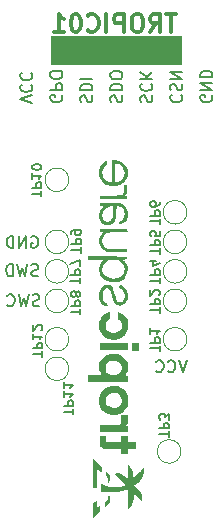
<source format=gbr>
%TF.GenerationSoftware,KiCad,Pcbnew,9.0.7+1*%
%TF.CreationDate,2026-02-18T14:03:56+01:00*%
%TF.ProjectId,ts13_dev_kit,74733133-5f64-4657-965f-6b69742e6b69,rev?*%
%TF.SameCoordinates,Original*%
%TF.FileFunction,Legend,Bot*%
%TF.FilePolarity,Positive*%
%FSLAX46Y46*%
G04 Gerber Fmt 4.6, Leading zero omitted, Abs format (unit mm)*
G04 Created by KiCad (PCBNEW 9.0.7+1) date 2026-02-18 14:03:56*
%MOMM*%
%LPD*%
G01*
G04 APERTURE LIST*
%ADD10C,0.100000*%
%ADD11C,0.150000*%
%ADD12C,0.200000*%
%ADD13C,0.300000*%
%ADD14C,0.120000*%
%ADD15C,0.000000*%
G04 APERTURE END LIST*
D10*
X124500000Y-54300000D02*
X135500000Y-54300000D01*
X135500000Y-56700000D01*
X124500000Y-56700000D01*
X124500000Y-54300000D01*
G36*
X124500000Y-54300000D02*
G01*
X135500000Y-54300000D01*
X135500000Y-56700000D01*
X124500000Y-56700000D01*
X124500000Y-54300000D01*
G37*
D11*
X123510839Y-77157200D02*
X123367982Y-77204819D01*
X123367982Y-77204819D02*
X123129887Y-77204819D01*
X123129887Y-77204819D02*
X123034649Y-77157200D01*
X123034649Y-77157200D02*
X122987030Y-77109580D01*
X122987030Y-77109580D02*
X122939411Y-77014342D01*
X122939411Y-77014342D02*
X122939411Y-76919104D01*
X122939411Y-76919104D02*
X122987030Y-76823866D01*
X122987030Y-76823866D02*
X123034649Y-76776247D01*
X123034649Y-76776247D02*
X123129887Y-76728628D01*
X123129887Y-76728628D02*
X123320363Y-76681009D01*
X123320363Y-76681009D02*
X123415601Y-76633390D01*
X123415601Y-76633390D02*
X123463220Y-76585771D01*
X123463220Y-76585771D02*
X123510839Y-76490533D01*
X123510839Y-76490533D02*
X123510839Y-76395295D01*
X123510839Y-76395295D02*
X123463220Y-76300057D01*
X123463220Y-76300057D02*
X123415601Y-76252438D01*
X123415601Y-76252438D02*
X123320363Y-76204819D01*
X123320363Y-76204819D02*
X123082268Y-76204819D01*
X123082268Y-76204819D02*
X122939411Y-76252438D01*
X122606077Y-76204819D02*
X122367982Y-77204819D01*
X122367982Y-77204819D02*
X122177506Y-76490533D01*
X122177506Y-76490533D02*
X121987030Y-77204819D01*
X121987030Y-77204819D02*
X121748935Y-76204819D01*
X120796554Y-77109580D02*
X120844173Y-77157200D01*
X120844173Y-77157200D02*
X120987030Y-77204819D01*
X120987030Y-77204819D02*
X121082268Y-77204819D01*
X121082268Y-77204819D02*
X121225125Y-77157200D01*
X121225125Y-77157200D02*
X121320363Y-77061961D01*
X121320363Y-77061961D02*
X121367982Y-76966723D01*
X121367982Y-76966723D02*
X121415601Y-76776247D01*
X121415601Y-76776247D02*
X121415601Y-76633390D01*
X121415601Y-76633390D02*
X121367982Y-76442914D01*
X121367982Y-76442914D02*
X121320363Y-76347676D01*
X121320363Y-76347676D02*
X121225125Y-76252438D01*
X121225125Y-76252438D02*
X121082268Y-76204819D01*
X121082268Y-76204819D02*
X120987030Y-76204819D01*
X120987030Y-76204819D02*
X120844173Y-76252438D01*
X120844173Y-76252438D02*
X120796554Y-76300057D01*
D12*
X132115400Y-59927945D02*
X132067780Y-59785088D01*
X132067780Y-59785088D02*
X132067780Y-59546993D01*
X132067780Y-59546993D02*
X132115400Y-59451755D01*
X132115400Y-59451755D02*
X132163019Y-59404136D01*
X132163019Y-59404136D02*
X132258257Y-59356517D01*
X132258257Y-59356517D02*
X132353495Y-59356517D01*
X132353495Y-59356517D02*
X132448733Y-59404136D01*
X132448733Y-59404136D02*
X132496352Y-59451755D01*
X132496352Y-59451755D02*
X132543971Y-59546993D01*
X132543971Y-59546993D02*
X132591590Y-59737469D01*
X132591590Y-59737469D02*
X132639209Y-59832707D01*
X132639209Y-59832707D02*
X132686828Y-59880326D01*
X132686828Y-59880326D02*
X132782066Y-59927945D01*
X132782066Y-59927945D02*
X132877304Y-59927945D01*
X132877304Y-59927945D02*
X132972542Y-59880326D01*
X132972542Y-59880326D02*
X133020161Y-59832707D01*
X133020161Y-59832707D02*
X133067780Y-59737469D01*
X133067780Y-59737469D02*
X133067780Y-59499374D01*
X133067780Y-59499374D02*
X133020161Y-59356517D01*
X132163019Y-58356517D02*
X132115400Y-58404136D01*
X132115400Y-58404136D02*
X132067780Y-58546993D01*
X132067780Y-58546993D02*
X132067780Y-58642231D01*
X132067780Y-58642231D02*
X132115400Y-58785088D01*
X132115400Y-58785088D02*
X132210638Y-58880326D01*
X132210638Y-58880326D02*
X132305876Y-58927945D01*
X132305876Y-58927945D02*
X132496352Y-58975564D01*
X132496352Y-58975564D02*
X132639209Y-58975564D01*
X132639209Y-58975564D02*
X132829685Y-58927945D01*
X132829685Y-58927945D02*
X132924923Y-58880326D01*
X132924923Y-58880326D02*
X133020161Y-58785088D01*
X133020161Y-58785088D02*
X133067780Y-58642231D01*
X133067780Y-58642231D02*
X133067780Y-58546993D01*
X133067780Y-58546993D02*
X133020161Y-58404136D01*
X133020161Y-58404136D02*
X132972542Y-58356517D01*
X132067780Y-57927945D02*
X133067780Y-57927945D01*
X132067780Y-57356517D02*
X132639209Y-57785088D01*
X133067780Y-57356517D02*
X132496352Y-57927945D01*
D11*
X123410839Y-74607200D02*
X123267982Y-74654819D01*
X123267982Y-74654819D02*
X123029887Y-74654819D01*
X123029887Y-74654819D02*
X122934649Y-74607200D01*
X122934649Y-74607200D02*
X122887030Y-74559580D01*
X122887030Y-74559580D02*
X122839411Y-74464342D01*
X122839411Y-74464342D02*
X122839411Y-74369104D01*
X122839411Y-74369104D02*
X122887030Y-74273866D01*
X122887030Y-74273866D02*
X122934649Y-74226247D01*
X122934649Y-74226247D02*
X123029887Y-74178628D01*
X123029887Y-74178628D02*
X123220363Y-74131009D01*
X123220363Y-74131009D02*
X123315601Y-74083390D01*
X123315601Y-74083390D02*
X123363220Y-74035771D01*
X123363220Y-74035771D02*
X123410839Y-73940533D01*
X123410839Y-73940533D02*
X123410839Y-73845295D01*
X123410839Y-73845295D02*
X123363220Y-73750057D01*
X123363220Y-73750057D02*
X123315601Y-73702438D01*
X123315601Y-73702438D02*
X123220363Y-73654819D01*
X123220363Y-73654819D02*
X122982268Y-73654819D01*
X122982268Y-73654819D02*
X122839411Y-73702438D01*
X122506077Y-73654819D02*
X122267982Y-74654819D01*
X122267982Y-74654819D02*
X122077506Y-73940533D01*
X122077506Y-73940533D02*
X121887030Y-74654819D01*
X121887030Y-74654819D02*
X121648935Y-73654819D01*
X121267982Y-74654819D02*
X121267982Y-73654819D01*
X121267982Y-73654819D02*
X121029887Y-73654819D01*
X121029887Y-73654819D02*
X120887030Y-73702438D01*
X120887030Y-73702438D02*
X120791792Y-73797676D01*
X120791792Y-73797676D02*
X120744173Y-73892914D01*
X120744173Y-73892914D02*
X120696554Y-74083390D01*
X120696554Y-74083390D02*
X120696554Y-74226247D01*
X120696554Y-74226247D02*
X120744173Y-74416723D01*
X120744173Y-74416723D02*
X120791792Y-74511961D01*
X120791792Y-74511961D02*
X120887030Y-74607200D01*
X120887030Y-74607200D02*
X121029887Y-74654819D01*
X121029887Y-74654819D02*
X121267982Y-74654819D01*
X135986077Y-81789819D02*
X135652744Y-82789819D01*
X135652744Y-82789819D02*
X135319411Y-81789819D01*
X134414649Y-82694580D02*
X134462268Y-82742200D01*
X134462268Y-82742200D02*
X134605125Y-82789819D01*
X134605125Y-82789819D02*
X134700363Y-82789819D01*
X134700363Y-82789819D02*
X134843220Y-82742200D01*
X134843220Y-82742200D02*
X134938458Y-82646961D01*
X134938458Y-82646961D02*
X134986077Y-82551723D01*
X134986077Y-82551723D02*
X135033696Y-82361247D01*
X135033696Y-82361247D02*
X135033696Y-82218390D01*
X135033696Y-82218390D02*
X134986077Y-82027914D01*
X134986077Y-82027914D02*
X134938458Y-81932676D01*
X134938458Y-81932676D02*
X134843220Y-81837438D01*
X134843220Y-81837438D02*
X134700363Y-81789819D01*
X134700363Y-81789819D02*
X134605125Y-81789819D01*
X134605125Y-81789819D02*
X134462268Y-81837438D01*
X134462268Y-81837438D02*
X134414649Y-81885057D01*
X133414649Y-82694580D02*
X133462268Y-82742200D01*
X133462268Y-82742200D02*
X133605125Y-82789819D01*
X133605125Y-82789819D02*
X133700363Y-82789819D01*
X133700363Y-82789819D02*
X133843220Y-82742200D01*
X133843220Y-82742200D02*
X133938458Y-82646961D01*
X133938458Y-82646961D02*
X133986077Y-82551723D01*
X133986077Y-82551723D02*
X134033696Y-82361247D01*
X134033696Y-82361247D02*
X134033696Y-82218390D01*
X134033696Y-82218390D02*
X133986077Y-82027914D01*
X133986077Y-82027914D02*
X133938458Y-81932676D01*
X133938458Y-81932676D02*
X133843220Y-81837438D01*
X133843220Y-81837438D02*
X133700363Y-81789819D01*
X133700363Y-81789819D02*
X133605125Y-81789819D01*
X133605125Y-81789819D02*
X133462268Y-81837438D01*
X133462268Y-81837438D02*
X133414649Y-81885057D01*
D12*
X138100161Y-59356517D02*
X138147780Y-59451755D01*
X138147780Y-59451755D02*
X138147780Y-59594612D01*
X138147780Y-59594612D02*
X138100161Y-59737469D01*
X138100161Y-59737469D02*
X138004923Y-59832707D01*
X138004923Y-59832707D02*
X137909685Y-59880326D01*
X137909685Y-59880326D02*
X137719209Y-59927945D01*
X137719209Y-59927945D02*
X137576352Y-59927945D01*
X137576352Y-59927945D02*
X137385876Y-59880326D01*
X137385876Y-59880326D02*
X137290638Y-59832707D01*
X137290638Y-59832707D02*
X137195400Y-59737469D01*
X137195400Y-59737469D02*
X137147780Y-59594612D01*
X137147780Y-59594612D02*
X137147780Y-59499374D01*
X137147780Y-59499374D02*
X137195400Y-59356517D01*
X137195400Y-59356517D02*
X137243019Y-59308898D01*
X137243019Y-59308898D02*
X137576352Y-59308898D01*
X137576352Y-59308898D02*
X137576352Y-59499374D01*
X137147780Y-58880326D02*
X138147780Y-58880326D01*
X138147780Y-58880326D02*
X137147780Y-58308898D01*
X137147780Y-58308898D02*
X138147780Y-58308898D01*
X137147780Y-57832707D02*
X138147780Y-57832707D01*
X138147780Y-57832707D02*
X138147780Y-57594612D01*
X138147780Y-57594612D02*
X138100161Y-57451755D01*
X138100161Y-57451755D02*
X138004923Y-57356517D01*
X138004923Y-57356517D02*
X137909685Y-57308898D01*
X137909685Y-57308898D02*
X137719209Y-57261279D01*
X137719209Y-57261279D02*
X137576352Y-57261279D01*
X137576352Y-57261279D02*
X137385876Y-57308898D01*
X137385876Y-57308898D02*
X137290638Y-57356517D01*
X137290638Y-57356517D02*
X137195400Y-57451755D01*
X137195400Y-57451755D02*
X137147780Y-57594612D01*
X137147780Y-57594612D02*
X137147780Y-57832707D01*
D13*
X135101395Y-52477573D02*
X134244253Y-52477573D01*
X134672824Y-53977573D02*
X134672824Y-52477573D01*
X132887110Y-53977573D02*
X133387110Y-53263287D01*
X133744253Y-53977573D02*
X133744253Y-52477573D01*
X133744253Y-52477573D02*
X133172824Y-52477573D01*
X133172824Y-52477573D02*
X133029967Y-52549002D01*
X133029967Y-52549002D02*
X132958538Y-52620430D01*
X132958538Y-52620430D02*
X132887110Y-52763287D01*
X132887110Y-52763287D02*
X132887110Y-52977573D01*
X132887110Y-52977573D02*
X132958538Y-53120430D01*
X132958538Y-53120430D02*
X133029967Y-53191859D01*
X133029967Y-53191859D02*
X133172824Y-53263287D01*
X133172824Y-53263287D02*
X133744253Y-53263287D01*
X131958538Y-52477573D02*
X131672824Y-52477573D01*
X131672824Y-52477573D02*
X131529967Y-52549002D01*
X131529967Y-52549002D02*
X131387110Y-52691859D01*
X131387110Y-52691859D02*
X131315681Y-52977573D01*
X131315681Y-52977573D02*
X131315681Y-53477573D01*
X131315681Y-53477573D02*
X131387110Y-53763287D01*
X131387110Y-53763287D02*
X131529967Y-53906145D01*
X131529967Y-53906145D02*
X131672824Y-53977573D01*
X131672824Y-53977573D02*
X131958538Y-53977573D01*
X131958538Y-53977573D02*
X132101396Y-53906145D01*
X132101396Y-53906145D02*
X132244253Y-53763287D01*
X132244253Y-53763287D02*
X132315681Y-53477573D01*
X132315681Y-53477573D02*
X132315681Y-52977573D01*
X132315681Y-52977573D02*
X132244253Y-52691859D01*
X132244253Y-52691859D02*
X132101396Y-52549002D01*
X132101396Y-52549002D02*
X131958538Y-52477573D01*
X130672824Y-53977573D02*
X130672824Y-52477573D01*
X130672824Y-52477573D02*
X130101395Y-52477573D01*
X130101395Y-52477573D02*
X129958538Y-52549002D01*
X129958538Y-52549002D02*
X129887109Y-52620430D01*
X129887109Y-52620430D02*
X129815681Y-52763287D01*
X129815681Y-52763287D02*
X129815681Y-52977573D01*
X129815681Y-52977573D02*
X129887109Y-53120430D01*
X129887109Y-53120430D02*
X129958538Y-53191859D01*
X129958538Y-53191859D02*
X130101395Y-53263287D01*
X130101395Y-53263287D02*
X130672824Y-53263287D01*
X129172824Y-53977573D02*
X129172824Y-52477573D01*
X127601395Y-53834716D02*
X127672823Y-53906145D01*
X127672823Y-53906145D02*
X127887109Y-53977573D01*
X127887109Y-53977573D02*
X128029966Y-53977573D01*
X128029966Y-53977573D02*
X128244252Y-53906145D01*
X128244252Y-53906145D02*
X128387109Y-53763287D01*
X128387109Y-53763287D02*
X128458538Y-53620430D01*
X128458538Y-53620430D02*
X128529966Y-53334716D01*
X128529966Y-53334716D02*
X128529966Y-53120430D01*
X128529966Y-53120430D02*
X128458538Y-52834716D01*
X128458538Y-52834716D02*
X128387109Y-52691859D01*
X128387109Y-52691859D02*
X128244252Y-52549002D01*
X128244252Y-52549002D02*
X128029966Y-52477573D01*
X128029966Y-52477573D02*
X127887109Y-52477573D01*
X127887109Y-52477573D02*
X127672823Y-52549002D01*
X127672823Y-52549002D02*
X127601395Y-52620430D01*
X126672823Y-52477573D02*
X126529966Y-52477573D01*
X126529966Y-52477573D02*
X126387109Y-52549002D01*
X126387109Y-52549002D02*
X126315681Y-52620430D01*
X126315681Y-52620430D02*
X126244252Y-52763287D01*
X126244252Y-52763287D02*
X126172823Y-53049002D01*
X126172823Y-53049002D02*
X126172823Y-53406145D01*
X126172823Y-53406145D02*
X126244252Y-53691859D01*
X126244252Y-53691859D02*
X126315681Y-53834716D01*
X126315681Y-53834716D02*
X126387109Y-53906145D01*
X126387109Y-53906145D02*
X126529966Y-53977573D01*
X126529966Y-53977573D02*
X126672823Y-53977573D01*
X126672823Y-53977573D02*
X126815681Y-53906145D01*
X126815681Y-53906145D02*
X126887109Y-53834716D01*
X126887109Y-53834716D02*
X126958538Y-53691859D01*
X126958538Y-53691859D02*
X127029966Y-53406145D01*
X127029966Y-53406145D02*
X127029966Y-53049002D01*
X127029966Y-53049002D02*
X126958538Y-52763287D01*
X126958538Y-52763287D02*
X126887109Y-52620430D01*
X126887109Y-52620430D02*
X126815681Y-52549002D01*
X126815681Y-52549002D02*
X126672823Y-52477573D01*
X124744252Y-53977573D02*
X125601395Y-53977573D01*
X125172824Y-53977573D02*
X125172824Y-52477573D01*
X125172824Y-52477573D02*
X125315681Y-52691859D01*
X125315681Y-52691859D02*
X125458538Y-52834716D01*
X125458538Y-52834716D02*
X125601395Y-52906145D01*
D12*
X129575400Y-59927945D02*
X129527780Y-59785088D01*
X129527780Y-59785088D02*
X129527780Y-59546993D01*
X129527780Y-59546993D02*
X129575400Y-59451755D01*
X129575400Y-59451755D02*
X129623019Y-59404136D01*
X129623019Y-59404136D02*
X129718257Y-59356517D01*
X129718257Y-59356517D02*
X129813495Y-59356517D01*
X129813495Y-59356517D02*
X129908733Y-59404136D01*
X129908733Y-59404136D02*
X129956352Y-59451755D01*
X129956352Y-59451755D02*
X130003971Y-59546993D01*
X130003971Y-59546993D02*
X130051590Y-59737469D01*
X130051590Y-59737469D02*
X130099209Y-59832707D01*
X130099209Y-59832707D02*
X130146828Y-59880326D01*
X130146828Y-59880326D02*
X130242066Y-59927945D01*
X130242066Y-59927945D02*
X130337304Y-59927945D01*
X130337304Y-59927945D02*
X130432542Y-59880326D01*
X130432542Y-59880326D02*
X130480161Y-59832707D01*
X130480161Y-59832707D02*
X130527780Y-59737469D01*
X130527780Y-59737469D02*
X130527780Y-59499374D01*
X130527780Y-59499374D02*
X130480161Y-59356517D01*
X129527780Y-58927945D02*
X130527780Y-58927945D01*
X130527780Y-58927945D02*
X130527780Y-58689850D01*
X130527780Y-58689850D02*
X130480161Y-58546993D01*
X130480161Y-58546993D02*
X130384923Y-58451755D01*
X130384923Y-58451755D02*
X130289685Y-58404136D01*
X130289685Y-58404136D02*
X130099209Y-58356517D01*
X130099209Y-58356517D02*
X129956352Y-58356517D01*
X129956352Y-58356517D02*
X129765876Y-58404136D01*
X129765876Y-58404136D02*
X129670638Y-58451755D01*
X129670638Y-58451755D02*
X129575400Y-58546993D01*
X129575400Y-58546993D02*
X129527780Y-58689850D01*
X129527780Y-58689850D02*
X129527780Y-58927945D01*
X130527780Y-57737469D02*
X130527780Y-57546993D01*
X130527780Y-57546993D02*
X130480161Y-57451755D01*
X130480161Y-57451755D02*
X130384923Y-57356517D01*
X130384923Y-57356517D02*
X130194447Y-57308898D01*
X130194447Y-57308898D02*
X129861114Y-57308898D01*
X129861114Y-57308898D02*
X129670638Y-57356517D01*
X129670638Y-57356517D02*
X129575400Y-57451755D01*
X129575400Y-57451755D02*
X129527780Y-57546993D01*
X129527780Y-57546993D02*
X129527780Y-57737469D01*
X129527780Y-57737469D02*
X129575400Y-57832707D01*
X129575400Y-57832707D02*
X129670638Y-57927945D01*
X129670638Y-57927945D02*
X129861114Y-57975564D01*
X129861114Y-57975564D02*
X130194447Y-57975564D01*
X130194447Y-57975564D02*
X130384923Y-57927945D01*
X130384923Y-57927945D02*
X130480161Y-57832707D01*
X130480161Y-57832707D02*
X130527780Y-57737469D01*
X122907780Y-60023183D02*
X121907780Y-59689850D01*
X121907780Y-59689850D02*
X122907780Y-59356517D01*
X122003019Y-58451755D02*
X121955400Y-58499374D01*
X121955400Y-58499374D02*
X121907780Y-58642231D01*
X121907780Y-58642231D02*
X121907780Y-58737469D01*
X121907780Y-58737469D02*
X121955400Y-58880326D01*
X121955400Y-58880326D02*
X122050638Y-58975564D01*
X122050638Y-58975564D02*
X122145876Y-59023183D01*
X122145876Y-59023183D02*
X122336352Y-59070802D01*
X122336352Y-59070802D02*
X122479209Y-59070802D01*
X122479209Y-59070802D02*
X122669685Y-59023183D01*
X122669685Y-59023183D02*
X122764923Y-58975564D01*
X122764923Y-58975564D02*
X122860161Y-58880326D01*
X122860161Y-58880326D02*
X122907780Y-58737469D01*
X122907780Y-58737469D02*
X122907780Y-58642231D01*
X122907780Y-58642231D02*
X122860161Y-58499374D01*
X122860161Y-58499374D02*
X122812542Y-58451755D01*
X122003019Y-57451755D02*
X121955400Y-57499374D01*
X121955400Y-57499374D02*
X121907780Y-57642231D01*
X121907780Y-57642231D02*
X121907780Y-57737469D01*
X121907780Y-57737469D02*
X121955400Y-57880326D01*
X121955400Y-57880326D02*
X122050638Y-57975564D01*
X122050638Y-57975564D02*
X122145876Y-58023183D01*
X122145876Y-58023183D02*
X122336352Y-58070802D01*
X122336352Y-58070802D02*
X122479209Y-58070802D01*
X122479209Y-58070802D02*
X122669685Y-58023183D01*
X122669685Y-58023183D02*
X122764923Y-57975564D01*
X122764923Y-57975564D02*
X122860161Y-57880326D01*
X122860161Y-57880326D02*
X122907780Y-57737469D01*
X122907780Y-57737469D02*
X122907780Y-57642231D01*
X122907780Y-57642231D02*
X122860161Y-57499374D01*
X122860161Y-57499374D02*
X122812542Y-57451755D01*
X127035400Y-59927945D02*
X126987780Y-59785088D01*
X126987780Y-59785088D02*
X126987780Y-59546993D01*
X126987780Y-59546993D02*
X127035400Y-59451755D01*
X127035400Y-59451755D02*
X127083019Y-59404136D01*
X127083019Y-59404136D02*
X127178257Y-59356517D01*
X127178257Y-59356517D02*
X127273495Y-59356517D01*
X127273495Y-59356517D02*
X127368733Y-59404136D01*
X127368733Y-59404136D02*
X127416352Y-59451755D01*
X127416352Y-59451755D02*
X127463971Y-59546993D01*
X127463971Y-59546993D02*
X127511590Y-59737469D01*
X127511590Y-59737469D02*
X127559209Y-59832707D01*
X127559209Y-59832707D02*
X127606828Y-59880326D01*
X127606828Y-59880326D02*
X127702066Y-59927945D01*
X127702066Y-59927945D02*
X127797304Y-59927945D01*
X127797304Y-59927945D02*
X127892542Y-59880326D01*
X127892542Y-59880326D02*
X127940161Y-59832707D01*
X127940161Y-59832707D02*
X127987780Y-59737469D01*
X127987780Y-59737469D02*
X127987780Y-59499374D01*
X127987780Y-59499374D02*
X127940161Y-59356517D01*
X126987780Y-58927945D02*
X127987780Y-58927945D01*
X127987780Y-58927945D02*
X127987780Y-58689850D01*
X127987780Y-58689850D02*
X127940161Y-58546993D01*
X127940161Y-58546993D02*
X127844923Y-58451755D01*
X127844923Y-58451755D02*
X127749685Y-58404136D01*
X127749685Y-58404136D02*
X127559209Y-58356517D01*
X127559209Y-58356517D02*
X127416352Y-58356517D01*
X127416352Y-58356517D02*
X127225876Y-58404136D01*
X127225876Y-58404136D02*
X127130638Y-58451755D01*
X127130638Y-58451755D02*
X127035400Y-58546993D01*
X127035400Y-58546993D02*
X126987780Y-58689850D01*
X126987780Y-58689850D02*
X126987780Y-58927945D01*
X126987780Y-57927945D02*
X127987780Y-57927945D01*
D11*
X122839411Y-71302438D02*
X122934649Y-71254819D01*
X122934649Y-71254819D02*
X123077506Y-71254819D01*
X123077506Y-71254819D02*
X123220363Y-71302438D01*
X123220363Y-71302438D02*
X123315601Y-71397676D01*
X123315601Y-71397676D02*
X123363220Y-71492914D01*
X123363220Y-71492914D02*
X123410839Y-71683390D01*
X123410839Y-71683390D02*
X123410839Y-71826247D01*
X123410839Y-71826247D02*
X123363220Y-72016723D01*
X123363220Y-72016723D02*
X123315601Y-72111961D01*
X123315601Y-72111961D02*
X123220363Y-72207200D01*
X123220363Y-72207200D02*
X123077506Y-72254819D01*
X123077506Y-72254819D02*
X122982268Y-72254819D01*
X122982268Y-72254819D02*
X122839411Y-72207200D01*
X122839411Y-72207200D02*
X122791792Y-72159580D01*
X122791792Y-72159580D02*
X122791792Y-71826247D01*
X122791792Y-71826247D02*
X122982268Y-71826247D01*
X122363220Y-72254819D02*
X122363220Y-71254819D01*
X122363220Y-71254819D02*
X121791792Y-72254819D01*
X121791792Y-72254819D02*
X121791792Y-71254819D01*
X121315601Y-72254819D02*
X121315601Y-71254819D01*
X121315601Y-71254819D02*
X121077506Y-71254819D01*
X121077506Y-71254819D02*
X120934649Y-71302438D01*
X120934649Y-71302438D02*
X120839411Y-71397676D01*
X120839411Y-71397676D02*
X120791792Y-71492914D01*
X120791792Y-71492914D02*
X120744173Y-71683390D01*
X120744173Y-71683390D02*
X120744173Y-71826247D01*
X120744173Y-71826247D02*
X120791792Y-72016723D01*
X120791792Y-72016723D02*
X120839411Y-72111961D01*
X120839411Y-72111961D02*
X120934649Y-72207200D01*
X120934649Y-72207200D02*
X121077506Y-72254819D01*
X121077506Y-72254819D02*
X121315601Y-72254819D01*
D12*
X134703019Y-59308898D02*
X134655400Y-59356517D01*
X134655400Y-59356517D02*
X134607780Y-59499374D01*
X134607780Y-59499374D02*
X134607780Y-59594612D01*
X134607780Y-59594612D02*
X134655400Y-59737469D01*
X134655400Y-59737469D02*
X134750638Y-59832707D01*
X134750638Y-59832707D02*
X134845876Y-59880326D01*
X134845876Y-59880326D02*
X135036352Y-59927945D01*
X135036352Y-59927945D02*
X135179209Y-59927945D01*
X135179209Y-59927945D02*
X135369685Y-59880326D01*
X135369685Y-59880326D02*
X135464923Y-59832707D01*
X135464923Y-59832707D02*
X135560161Y-59737469D01*
X135560161Y-59737469D02*
X135607780Y-59594612D01*
X135607780Y-59594612D02*
X135607780Y-59499374D01*
X135607780Y-59499374D02*
X135560161Y-59356517D01*
X135560161Y-59356517D02*
X135512542Y-59308898D01*
X134655400Y-58927945D02*
X134607780Y-58785088D01*
X134607780Y-58785088D02*
X134607780Y-58546993D01*
X134607780Y-58546993D02*
X134655400Y-58451755D01*
X134655400Y-58451755D02*
X134703019Y-58404136D01*
X134703019Y-58404136D02*
X134798257Y-58356517D01*
X134798257Y-58356517D02*
X134893495Y-58356517D01*
X134893495Y-58356517D02*
X134988733Y-58404136D01*
X134988733Y-58404136D02*
X135036352Y-58451755D01*
X135036352Y-58451755D02*
X135083971Y-58546993D01*
X135083971Y-58546993D02*
X135131590Y-58737469D01*
X135131590Y-58737469D02*
X135179209Y-58832707D01*
X135179209Y-58832707D02*
X135226828Y-58880326D01*
X135226828Y-58880326D02*
X135322066Y-58927945D01*
X135322066Y-58927945D02*
X135417304Y-58927945D01*
X135417304Y-58927945D02*
X135512542Y-58880326D01*
X135512542Y-58880326D02*
X135560161Y-58832707D01*
X135560161Y-58832707D02*
X135607780Y-58737469D01*
X135607780Y-58737469D02*
X135607780Y-58499374D01*
X135607780Y-58499374D02*
X135560161Y-58356517D01*
X134607780Y-57927945D02*
X135607780Y-57927945D01*
X135607780Y-57927945D02*
X134607780Y-57356517D01*
X134607780Y-57356517D02*
X135607780Y-57356517D01*
X125400161Y-59356517D02*
X125447780Y-59451755D01*
X125447780Y-59451755D02*
X125447780Y-59594612D01*
X125447780Y-59594612D02*
X125400161Y-59737469D01*
X125400161Y-59737469D02*
X125304923Y-59832707D01*
X125304923Y-59832707D02*
X125209685Y-59880326D01*
X125209685Y-59880326D02*
X125019209Y-59927945D01*
X125019209Y-59927945D02*
X124876352Y-59927945D01*
X124876352Y-59927945D02*
X124685876Y-59880326D01*
X124685876Y-59880326D02*
X124590638Y-59832707D01*
X124590638Y-59832707D02*
X124495400Y-59737469D01*
X124495400Y-59737469D02*
X124447780Y-59594612D01*
X124447780Y-59594612D02*
X124447780Y-59499374D01*
X124447780Y-59499374D02*
X124495400Y-59356517D01*
X124495400Y-59356517D02*
X124543019Y-59308898D01*
X124543019Y-59308898D02*
X124876352Y-59308898D01*
X124876352Y-59308898D02*
X124876352Y-59499374D01*
X124447780Y-58880326D02*
X125447780Y-58880326D01*
X125447780Y-58880326D02*
X125447780Y-58499374D01*
X125447780Y-58499374D02*
X125400161Y-58404136D01*
X125400161Y-58404136D02*
X125352542Y-58356517D01*
X125352542Y-58356517D02*
X125257304Y-58308898D01*
X125257304Y-58308898D02*
X125114447Y-58308898D01*
X125114447Y-58308898D02*
X125019209Y-58356517D01*
X125019209Y-58356517D02*
X124971590Y-58404136D01*
X124971590Y-58404136D02*
X124923971Y-58499374D01*
X124923971Y-58499374D02*
X124923971Y-58880326D01*
X125447780Y-57689850D02*
X125447780Y-57499374D01*
X125447780Y-57499374D02*
X125400161Y-57404136D01*
X125400161Y-57404136D02*
X125304923Y-57308898D01*
X125304923Y-57308898D02*
X125114447Y-57261279D01*
X125114447Y-57261279D02*
X124781114Y-57261279D01*
X124781114Y-57261279D02*
X124590638Y-57308898D01*
X124590638Y-57308898D02*
X124495400Y-57404136D01*
X124495400Y-57404136D02*
X124447780Y-57499374D01*
X124447780Y-57499374D02*
X124447780Y-57689850D01*
X124447780Y-57689850D02*
X124495400Y-57785088D01*
X124495400Y-57785088D02*
X124590638Y-57880326D01*
X124590638Y-57880326D02*
X124781114Y-57927945D01*
X124781114Y-57927945D02*
X125114447Y-57927945D01*
X125114447Y-57927945D02*
X125304923Y-57880326D01*
X125304923Y-57880326D02*
X125400161Y-57785088D01*
X125400161Y-57785088D02*
X125447780Y-57689850D01*
D11*
X126937704Y-75259523D02*
X126937704Y-74802380D01*
X126137704Y-75030952D02*
X126937704Y-75030952D01*
X126137704Y-74535713D02*
X126937704Y-74535713D01*
X126937704Y-74535713D02*
X126937704Y-74230951D01*
X126937704Y-74230951D02*
X126899609Y-74154761D01*
X126899609Y-74154761D02*
X126861514Y-74116666D01*
X126861514Y-74116666D02*
X126785323Y-74078570D01*
X126785323Y-74078570D02*
X126671038Y-74078570D01*
X126671038Y-74078570D02*
X126594847Y-74116666D01*
X126594847Y-74116666D02*
X126556752Y-74154761D01*
X126556752Y-74154761D02*
X126518657Y-74230951D01*
X126518657Y-74230951D02*
X126518657Y-74535713D01*
X126937704Y-73811904D02*
X126937704Y-73278570D01*
X126937704Y-73278570D02*
X126137704Y-73621428D01*
X133687704Y-77759523D02*
X133687704Y-77302380D01*
X132887704Y-77530952D02*
X133687704Y-77530952D01*
X132887704Y-77035713D02*
X133687704Y-77035713D01*
X133687704Y-77035713D02*
X133687704Y-76730951D01*
X133687704Y-76730951D02*
X133649609Y-76654761D01*
X133649609Y-76654761D02*
X133611514Y-76616666D01*
X133611514Y-76616666D02*
X133535323Y-76578570D01*
X133535323Y-76578570D02*
X133421038Y-76578570D01*
X133421038Y-76578570D02*
X133344847Y-76616666D01*
X133344847Y-76616666D02*
X133306752Y-76654761D01*
X133306752Y-76654761D02*
X133268657Y-76730951D01*
X133268657Y-76730951D02*
X133268657Y-77035713D01*
X133611514Y-76273809D02*
X133649609Y-76235713D01*
X133649609Y-76235713D02*
X133687704Y-76159523D01*
X133687704Y-76159523D02*
X133687704Y-75969047D01*
X133687704Y-75969047D02*
X133649609Y-75892856D01*
X133649609Y-75892856D02*
X133611514Y-75854761D01*
X133611514Y-75854761D02*
X133535323Y-75816666D01*
X133535323Y-75816666D02*
X133459133Y-75816666D01*
X133459133Y-75816666D02*
X133344847Y-75854761D01*
X133344847Y-75854761D02*
X132887704Y-76311904D01*
X132887704Y-76311904D02*
X132887704Y-75816666D01*
X133687704Y-72759523D02*
X133687704Y-72302380D01*
X132887704Y-72530952D02*
X133687704Y-72530952D01*
X132887704Y-72035713D02*
X133687704Y-72035713D01*
X133687704Y-72035713D02*
X133687704Y-71730951D01*
X133687704Y-71730951D02*
X133649609Y-71654761D01*
X133649609Y-71654761D02*
X133611514Y-71616666D01*
X133611514Y-71616666D02*
X133535323Y-71578570D01*
X133535323Y-71578570D02*
X133421038Y-71578570D01*
X133421038Y-71578570D02*
X133344847Y-71616666D01*
X133344847Y-71616666D02*
X133306752Y-71654761D01*
X133306752Y-71654761D02*
X133268657Y-71730951D01*
X133268657Y-71730951D02*
X133268657Y-72035713D01*
X133687704Y-70854761D02*
X133687704Y-71235713D01*
X133687704Y-71235713D02*
X133306752Y-71273809D01*
X133306752Y-71273809D02*
X133344847Y-71235713D01*
X133344847Y-71235713D02*
X133382942Y-71159523D01*
X133382942Y-71159523D02*
X133382942Y-70969047D01*
X133382942Y-70969047D02*
X133344847Y-70892856D01*
X133344847Y-70892856D02*
X133306752Y-70854761D01*
X133306752Y-70854761D02*
X133230561Y-70816666D01*
X133230561Y-70816666D02*
X133040085Y-70816666D01*
X133040085Y-70816666D02*
X132963895Y-70854761D01*
X132963895Y-70854761D02*
X132925800Y-70892856D01*
X132925800Y-70892856D02*
X132887704Y-70969047D01*
X132887704Y-70969047D02*
X132887704Y-71159523D01*
X132887704Y-71159523D02*
X132925800Y-71235713D01*
X132925800Y-71235713D02*
X132963895Y-71273809D01*
X133687704Y-70259523D02*
X133687704Y-69802380D01*
X132887704Y-70030952D02*
X133687704Y-70030952D01*
X132887704Y-69535713D02*
X133687704Y-69535713D01*
X133687704Y-69535713D02*
X133687704Y-69230951D01*
X133687704Y-69230951D02*
X133649609Y-69154761D01*
X133649609Y-69154761D02*
X133611514Y-69116666D01*
X133611514Y-69116666D02*
X133535323Y-69078570D01*
X133535323Y-69078570D02*
X133421038Y-69078570D01*
X133421038Y-69078570D02*
X133344847Y-69116666D01*
X133344847Y-69116666D02*
X133306752Y-69154761D01*
X133306752Y-69154761D02*
X133268657Y-69230951D01*
X133268657Y-69230951D02*
X133268657Y-69535713D01*
X133687704Y-68392856D02*
X133687704Y-68545237D01*
X133687704Y-68545237D02*
X133649609Y-68621428D01*
X133649609Y-68621428D02*
X133611514Y-68659523D01*
X133611514Y-68659523D02*
X133497228Y-68735713D01*
X133497228Y-68735713D02*
X133344847Y-68773809D01*
X133344847Y-68773809D02*
X133040085Y-68773809D01*
X133040085Y-68773809D02*
X132963895Y-68735713D01*
X132963895Y-68735713D02*
X132925800Y-68697618D01*
X132925800Y-68697618D02*
X132887704Y-68621428D01*
X132887704Y-68621428D02*
X132887704Y-68469047D01*
X132887704Y-68469047D02*
X132925800Y-68392856D01*
X132925800Y-68392856D02*
X132963895Y-68354761D01*
X132963895Y-68354761D02*
X133040085Y-68316666D01*
X133040085Y-68316666D02*
X133230561Y-68316666D01*
X133230561Y-68316666D02*
X133306752Y-68354761D01*
X133306752Y-68354761D02*
X133344847Y-68392856D01*
X133344847Y-68392856D02*
X133382942Y-68469047D01*
X133382942Y-68469047D02*
X133382942Y-68621428D01*
X133382942Y-68621428D02*
X133344847Y-68697618D01*
X133344847Y-68697618D02*
X133306752Y-68735713D01*
X133306752Y-68735713D02*
X133230561Y-68773809D01*
X123687704Y-67890476D02*
X123687704Y-67433333D01*
X122887704Y-67661905D02*
X123687704Y-67661905D01*
X122887704Y-67166666D02*
X123687704Y-67166666D01*
X123687704Y-67166666D02*
X123687704Y-66861904D01*
X123687704Y-66861904D02*
X123649609Y-66785714D01*
X123649609Y-66785714D02*
X123611514Y-66747619D01*
X123611514Y-66747619D02*
X123535323Y-66709523D01*
X123535323Y-66709523D02*
X123421038Y-66709523D01*
X123421038Y-66709523D02*
X123344847Y-66747619D01*
X123344847Y-66747619D02*
X123306752Y-66785714D01*
X123306752Y-66785714D02*
X123268657Y-66861904D01*
X123268657Y-66861904D02*
X123268657Y-67166666D01*
X122887704Y-65947619D02*
X122887704Y-66404762D01*
X122887704Y-66176190D02*
X123687704Y-66176190D01*
X123687704Y-66176190D02*
X123573419Y-66252381D01*
X123573419Y-66252381D02*
X123497228Y-66328571D01*
X123497228Y-66328571D02*
X123459133Y-66404762D01*
X123687704Y-65452380D02*
X123687704Y-65376190D01*
X123687704Y-65376190D02*
X123649609Y-65299999D01*
X123649609Y-65299999D02*
X123611514Y-65261904D01*
X123611514Y-65261904D02*
X123535323Y-65223809D01*
X123535323Y-65223809D02*
X123382942Y-65185714D01*
X123382942Y-65185714D02*
X123192466Y-65185714D01*
X123192466Y-65185714D02*
X123040085Y-65223809D01*
X123040085Y-65223809D02*
X122963895Y-65261904D01*
X122963895Y-65261904D02*
X122925800Y-65299999D01*
X122925800Y-65299999D02*
X122887704Y-65376190D01*
X122887704Y-65376190D02*
X122887704Y-65452380D01*
X122887704Y-65452380D02*
X122925800Y-65528571D01*
X122925800Y-65528571D02*
X122963895Y-65566666D01*
X122963895Y-65566666D02*
X123040085Y-65604761D01*
X123040085Y-65604761D02*
X123192466Y-65642857D01*
X123192466Y-65642857D02*
X123382942Y-65642857D01*
X123382942Y-65642857D02*
X123535323Y-65604761D01*
X123535323Y-65604761D02*
X123611514Y-65566666D01*
X123611514Y-65566666D02*
X123649609Y-65528571D01*
X123649609Y-65528571D02*
X123687704Y-65452380D01*
X123757704Y-81490476D02*
X123757704Y-81033333D01*
X122957704Y-81261905D02*
X123757704Y-81261905D01*
X122957704Y-80766666D02*
X123757704Y-80766666D01*
X123757704Y-80766666D02*
X123757704Y-80461904D01*
X123757704Y-80461904D02*
X123719609Y-80385714D01*
X123719609Y-80385714D02*
X123681514Y-80347619D01*
X123681514Y-80347619D02*
X123605323Y-80309523D01*
X123605323Y-80309523D02*
X123491038Y-80309523D01*
X123491038Y-80309523D02*
X123414847Y-80347619D01*
X123414847Y-80347619D02*
X123376752Y-80385714D01*
X123376752Y-80385714D02*
X123338657Y-80461904D01*
X123338657Y-80461904D02*
X123338657Y-80766666D01*
X122957704Y-79547619D02*
X122957704Y-80004762D01*
X122957704Y-79776190D02*
X123757704Y-79776190D01*
X123757704Y-79776190D02*
X123643419Y-79852381D01*
X123643419Y-79852381D02*
X123567228Y-79928571D01*
X123567228Y-79928571D02*
X123529133Y-80004762D01*
X123681514Y-79242857D02*
X123719609Y-79204761D01*
X123719609Y-79204761D02*
X123757704Y-79128571D01*
X123757704Y-79128571D02*
X123757704Y-78938095D01*
X123757704Y-78938095D02*
X123719609Y-78861904D01*
X123719609Y-78861904D02*
X123681514Y-78823809D01*
X123681514Y-78823809D02*
X123605323Y-78785714D01*
X123605323Y-78785714D02*
X123529133Y-78785714D01*
X123529133Y-78785714D02*
X123414847Y-78823809D01*
X123414847Y-78823809D02*
X122957704Y-79280952D01*
X122957704Y-79280952D02*
X122957704Y-78785714D01*
X126967704Y-77899523D02*
X126967704Y-77442380D01*
X126167704Y-77670952D02*
X126967704Y-77670952D01*
X126167704Y-77175713D02*
X126967704Y-77175713D01*
X126967704Y-77175713D02*
X126967704Y-76870951D01*
X126967704Y-76870951D02*
X126929609Y-76794761D01*
X126929609Y-76794761D02*
X126891514Y-76756666D01*
X126891514Y-76756666D02*
X126815323Y-76718570D01*
X126815323Y-76718570D02*
X126701038Y-76718570D01*
X126701038Y-76718570D02*
X126624847Y-76756666D01*
X126624847Y-76756666D02*
X126586752Y-76794761D01*
X126586752Y-76794761D02*
X126548657Y-76870951D01*
X126548657Y-76870951D02*
X126548657Y-77175713D01*
X126624847Y-76261428D02*
X126662942Y-76337618D01*
X126662942Y-76337618D02*
X126701038Y-76375713D01*
X126701038Y-76375713D02*
X126777228Y-76413809D01*
X126777228Y-76413809D02*
X126815323Y-76413809D01*
X126815323Y-76413809D02*
X126891514Y-76375713D01*
X126891514Y-76375713D02*
X126929609Y-76337618D01*
X126929609Y-76337618D02*
X126967704Y-76261428D01*
X126967704Y-76261428D02*
X126967704Y-76109047D01*
X126967704Y-76109047D02*
X126929609Y-76032856D01*
X126929609Y-76032856D02*
X126891514Y-75994761D01*
X126891514Y-75994761D02*
X126815323Y-75956666D01*
X126815323Y-75956666D02*
X126777228Y-75956666D01*
X126777228Y-75956666D02*
X126701038Y-75994761D01*
X126701038Y-75994761D02*
X126662942Y-76032856D01*
X126662942Y-76032856D02*
X126624847Y-76109047D01*
X126624847Y-76109047D02*
X126624847Y-76261428D01*
X126624847Y-76261428D02*
X126586752Y-76337618D01*
X126586752Y-76337618D02*
X126548657Y-76375713D01*
X126548657Y-76375713D02*
X126472466Y-76413809D01*
X126472466Y-76413809D02*
X126320085Y-76413809D01*
X126320085Y-76413809D02*
X126243895Y-76375713D01*
X126243895Y-76375713D02*
X126205800Y-76337618D01*
X126205800Y-76337618D02*
X126167704Y-76261428D01*
X126167704Y-76261428D02*
X126167704Y-76109047D01*
X126167704Y-76109047D02*
X126205800Y-76032856D01*
X126205800Y-76032856D02*
X126243895Y-75994761D01*
X126243895Y-75994761D02*
X126320085Y-75956666D01*
X126320085Y-75956666D02*
X126472466Y-75956666D01*
X126472466Y-75956666D02*
X126548657Y-75994761D01*
X126548657Y-75994761D02*
X126586752Y-76032856D01*
X126586752Y-76032856D02*
X126624847Y-76109047D01*
X126377704Y-86350476D02*
X126377704Y-85893333D01*
X125577704Y-86121905D02*
X126377704Y-86121905D01*
X125577704Y-85626666D02*
X126377704Y-85626666D01*
X126377704Y-85626666D02*
X126377704Y-85321904D01*
X126377704Y-85321904D02*
X126339609Y-85245714D01*
X126339609Y-85245714D02*
X126301514Y-85207619D01*
X126301514Y-85207619D02*
X126225323Y-85169523D01*
X126225323Y-85169523D02*
X126111038Y-85169523D01*
X126111038Y-85169523D02*
X126034847Y-85207619D01*
X126034847Y-85207619D02*
X125996752Y-85245714D01*
X125996752Y-85245714D02*
X125958657Y-85321904D01*
X125958657Y-85321904D02*
X125958657Y-85626666D01*
X125577704Y-84407619D02*
X125577704Y-84864762D01*
X125577704Y-84636190D02*
X126377704Y-84636190D01*
X126377704Y-84636190D02*
X126263419Y-84712381D01*
X126263419Y-84712381D02*
X126187228Y-84788571D01*
X126187228Y-84788571D02*
X126149133Y-84864762D01*
X125577704Y-83645714D02*
X125577704Y-84102857D01*
X125577704Y-83874285D02*
X126377704Y-83874285D01*
X126377704Y-83874285D02*
X126263419Y-83950476D01*
X126263419Y-83950476D02*
X126187228Y-84026666D01*
X126187228Y-84026666D02*
X126149133Y-84102857D01*
X127007704Y-72659523D02*
X127007704Y-72202380D01*
X126207704Y-72430952D02*
X127007704Y-72430952D01*
X126207704Y-71935713D02*
X127007704Y-71935713D01*
X127007704Y-71935713D02*
X127007704Y-71630951D01*
X127007704Y-71630951D02*
X126969609Y-71554761D01*
X126969609Y-71554761D02*
X126931514Y-71516666D01*
X126931514Y-71516666D02*
X126855323Y-71478570D01*
X126855323Y-71478570D02*
X126741038Y-71478570D01*
X126741038Y-71478570D02*
X126664847Y-71516666D01*
X126664847Y-71516666D02*
X126626752Y-71554761D01*
X126626752Y-71554761D02*
X126588657Y-71630951D01*
X126588657Y-71630951D02*
X126588657Y-71935713D01*
X126207704Y-71097618D02*
X126207704Y-70945237D01*
X126207704Y-70945237D02*
X126245800Y-70869047D01*
X126245800Y-70869047D02*
X126283895Y-70830951D01*
X126283895Y-70830951D02*
X126398180Y-70754761D01*
X126398180Y-70754761D02*
X126550561Y-70716666D01*
X126550561Y-70716666D02*
X126855323Y-70716666D01*
X126855323Y-70716666D02*
X126931514Y-70754761D01*
X126931514Y-70754761D02*
X126969609Y-70792856D01*
X126969609Y-70792856D02*
X127007704Y-70869047D01*
X127007704Y-70869047D02*
X127007704Y-71021428D01*
X127007704Y-71021428D02*
X126969609Y-71097618D01*
X126969609Y-71097618D02*
X126931514Y-71135713D01*
X126931514Y-71135713D02*
X126855323Y-71173809D01*
X126855323Y-71173809D02*
X126664847Y-71173809D01*
X126664847Y-71173809D02*
X126588657Y-71135713D01*
X126588657Y-71135713D02*
X126550561Y-71097618D01*
X126550561Y-71097618D02*
X126512466Y-71021428D01*
X126512466Y-71021428D02*
X126512466Y-70869047D01*
X126512466Y-70869047D02*
X126550561Y-70792856D01*
X126550561Y-70792856D02*
X126588657Y-70754761D01*
X126588657Y-70754761D02*
X126664847Y-70716666D01*
X134457704Y-88249523D02*
X134457704Y-87792380D01*
X133657704Y-88020952D02*
X134457704Y-88020952D01*
X133657704Y-87525713D02*
X134457704Y-87525713D01*
X134457704Y-87525713D02*
X134457704Y-87220951D01*
X134457704Y-87220951D02*
X134419609Y-87144761D01*
X134419609Y-87144761D02*
X134381514Y-87106666D01*
X134381514Y-87106666D02*
X134305323Y-87068570D01*
X134305323Y-87068570D02*
X134191038Y-87068570D01*
X134191038Y-87068570D02*
X134114847Y-87106666D01*
X134114847Y-87106666D02*
X134076752Y-87144761D01*
X134076752Y-87144761D02*
X134038657Y-87220951D01*
X134038657Y-87220951D02*
X134038657Y-87525713D01*
X134457704Y-86801904D02*
X134457704Y-86306666D01*
X134457704Y-86306666D02*
X134152942Y-86573332D01*
X134152942Y-86573332D02*
X134152942Y-86459047D01*
X134152942Y-86459047D02*
X134114847Y-86382856D01*
X134114847Y-86382856D02*
X134076752Y-86344761D01*
X134076752Y-86344761D02*
X134000561Y-86306666D01*
X134000561Y-86306666D02*
X133810085Y-86306666D01*
X133810085Y-86306666D02*
X133733895Y-86344761D01*
X133733895Y-86344761D02*
X133695800Y-86382856D01*
X133695800Y-86382856D02*
X133657704Y-86459047D01*
X133657704Y-86459047D02*
X133657704Y-86687618D01*
X133657704Y-86687618D02*
X133695800Y-86763809D01*
X133695800Y-86763809D02*
X133733895Y-86801904D01*
X133687704Y-75259523D02*
X133687704Y-74802380D01*
X132887704Y-75030952D02*
X133687704Y-75030952D01*
X132887704Y-74535713D02*
X133687704Y-74535713D01*
X133687704Y-74535713D02*
X133687704Y-74230951D01*
X133687704Y-74230951D02*
X133649609Y-74154761D01*
X133649609Y-74154761D02*
X133611514Y-74116666D01*
X133611514Y-74116666D02*
X133535323Y-74078570D01*
X133535323Y-74078570D02*
X133421038Y-74078570D01*
X133421038Y-74078570D02*
X133344847Y-74116666D01*
X133344847Y-74116666D02*
X133306752Y-74154761D01*
X133306752Y-74154761D02*
X133268657Y-74230951D01*
X133268657Y-74230951D02*
X133268657Y-74535713D01*
X133421038Y-73392856D02*
X132887704Y-73392856D01*
X133725800Y-73583332D02*
X133154371Y-73773809D01*
X133154371Y-73773809D02*
X133154371Y-73278570D01*
X133687704Y-81009523D02*
X133687704Y-80552380D01*
X132887704Y-80780952D02*
X133687704Y-80780952D01*
X132887704Y-80285713D02*
X133687704Y-80285713D01*
X133687704Y-80285713D02*
X133687704Y-79980951D01*
X133687704Y-79980951D02*
X133649609Y-79904761D01*
X133649609Y-79904761D02*
X133611514Y-79866666D01*
X133611514Y-79866666D02*
X133535323Y-79828570D01*
X133535323Y-79828570D02*
X133421038Y-79828570D01*
X133421038Y-79828570D02*
X133344847Y-79866666D01*
X133344847Y-79866666D02*
X133306752Y-79904761D01*
X133306752Y-79904761D02*
X133268657Y-79980951D01*
X133268657Y-79980951D02*
X133268657Y-80285713D01*
X132887704Y-79066666D02*
X132887704Y-79523809D01*
X132887704Y-79295237D02*
X133687704Y-79295237D01*
X133687704Y-79295237D02*
X133573419Y-79371428D01*
X133573419Y-79371428D02*
X133497228Y-79447618D01*
X133497228Y-79447618D02*
X133459133Y-79523809D01*
D14*
%TO.C,TP7*%
X126000000Y-74250000D02*
G75*
G02*
X124000000Y-74250000I-1000000J0D01*
G01*
X124000000Y-74250000D02*
G75*
G02*
X126000000Y-74250000I1000000J0D01*
G01*
%TO.C,TP2*%
X136000000Y-76750000D02*
G75*
G02*
X134000000Y-76750000I-1000000J0D01*
G01*
X134000000Y-76750000D02*
G75*
G02*
X136000000Y-76750000I1000000J0D01*
G01*
%TO.C,TP5*%
X136000000Y-71750000D02*
G75*
G02*
X134000000Y-71750000I-1000000J0D01*
G01*
X134000000Y-71750000D02*
G75*
G02*
X136000000Y-71750000I1000000J0D01*
G01*
D15*
%TO.C,G2*%
G36*
X131021656Y-80935782D02*
G01*
X128607466Y-80935782D01*
X128607466Y-80357737D01*
X131021656Y-80357737D01*
X131021656Y-80935782D01*
G37*
G36*
X131973731Y-80969785D02*
G01*
X131395686Y-80969785D01*
X131395686Y-80323734D01*
X131973731Y-80323734D01*
X131973731Y-80969785D01*
G37*
G36*
X128845485Y-90853299D02*
G01*
X128845485Y-91062948D01*
X128844215Y-91161037D01*
X128840286Y-91241651D01*
X128834625Y-91272596D01*
X128804444Y-91254141D01*
X128734997Y-91205251D01*
X128641469Y-91136586D01*
X128547479Y-91069208D01*
X128470888Y-91019546D01*
X128431312Y-91000575D01*
X128425863Y-91016352D01*
X128418640Y-91090434D01*
X128412470Y-91216796D01*
X128407671Y-91386145D01*
X128404558Y-91589190D01*
X128403450Y-91816639D01*
X128403450Y-92632703D01*
X128063423Y-92632703D01*
X128064179Y-90065501D01*
X128845485Y-90853299D01*
G37*
G36*
X129439590Y-93237108D02*
G01*
X129452038Y-93274991D01*
X129456779Y-93356343D01*
X129457533Y-93493431D01*
X129457533Y-93773922D01*
X129049501Y-94177696D01*
X129049733Y-93974745D01*
X129052385Y-93861164D01*
X129066463Y-93790012D01*
X129101512Y-93741306D01*
X129167078Y-93692045D01*
X129194207Y-93672987D01*
X129253702Y-93617580D01*
X129282431Y-93549357D01*
X129294356Y-93440754D01*
X129295057Y-93429416D01*
X129307460Y-93326727D01*
X129333261Y-93270526D01*
X129381027Y-93241076D01*
X129415716Y-93230424D01*
X129439590Y-93237108D01*
G37*
G36*
X128403450Y-93975236D02*
G01*
X128403541Y-93999553D01*
X128406853Y-94116973D01*
X128413972Y-94199598D01*
X128423589Y-94230829D01*
X128424583Y-94230760D01*
X128464809Y-94209827D01*
X128530182Y-94162824D01*
X128533063Y-94160571D01*
X128601148Y-94114055D01*
X128646054Y-94094818D01*
X128646438Y-94094838D01*
X128661079Y-94127327D01*
X128671501Y-94209891D01*
X128675472Y-94325045D01*
X128675472Y-94555272D01*
X128369447Y-94859879D01*
X128063423Y-95164485D01*
X128063423Y-93891948D01*
X128233437Y-93805796D01*
X128403450Y-93719643D01*
X128403450Y-93975236D01*
G37*
G36*
X129305309Y-91313120D02*
G01*
X129457533Y-91472654D01*
X129457533Y-91831661D01*
X129455849Y-91947729D01*
X129449347Y-92073358D01*
X129439095Y-92159007D01*
X129426311Y-92190669D01*
X129393719Y-92189233D01*
X129338946Y-92171000D01*
X129306682Y-92121961D01*
X129291387Y-92029800D01*
X129287520Y-91882203D01*
X129287493Y-91861286D01*
X129284694Y-91731196D01*
X129274789Y-91651247D01*
X129254241Y-91605651D01*
X129219514Y-91578620D01*
X129207257Y-91571396D01*
X129172651Y-91533009D01*
X129156168Y-91464818D01*
X129152297Y-91347906D01*
X129153085Y-91153587D01*
X129305309Y-91313120D01*
G37*
G36*
X131016342Y-86744492D02*
G01*
X131010570Y-86879641D01*
X131000478Y-86995342D01*
X130983015Y-87075940D01*
X130953982Y-87139439D01*
X130909179Y-87203840D01*
X130904759Y-87209647D01*
X130852192Y-87285593D01*
X130840911Y-87326199D01*
X130866676Y-87345599D01*
X130890255Y-87353018D01*
X130970652Y-87378222D01*
X130980575Y-87382755D01*
X131005066Y-87419423D01*
X131017926Y-87498748D01*
X131021656Y-87633243D01*
X131021656Y-87872328D01*
X128607466Y-87872328D01*
X128607466Y-87294283D01*
X129356617Y-87294283D01*
X129459457Y-87294164D01*
X129739739Y-87291149D01*
X129961160Y-87281214D01*
X130130631Y-87260584D01*
X130255065Y-87225487D01*
X130341375Y-87172149D01*
X130396471Y-87096797D01*
X130427268Y-86995658D01*
X130440677Y-86864958D01*
X130443611Y-86700925D01*
X130443611Y-86410213D01*
X131028029Y-86410213D01*
X131016342Y-86744492D01*
G37*
G36*
X130968199Y-67252908D02*
G01*
X130968060Y-67268463D01*
X130963522Y-67423353D01*
X130951209Y-67531577D01*
X130927536Y-67612740D01*
X130888919Y-67686442D01*
X130868372Y-67718026D01*
X130816376Y-67784339D01*
X130780864Y-67810749D01*
X130774788Y-67811358D01*
X130749635Y-67842597D01*
X130749939Y-67844993D01*
X130784873Y-67869261D01*
X130860144Y-67885100D01*
X130922151Y-67894966D01*
X130962040Y-67926242D01*
X130970652Y-67997764D01*
X130970652Y-68099772D01*
X128607466Y-68117654D01*
X128607466Y-67844752D01*
X129439844Y-67844752D01*
X129712945Y-67843847D01*
X129979257Y-67838593D01*
X130190074Y-67825726D01*
X130352166Y-67801997D01*
X130472304Y-67764161D01*
X130557261Y-67708970D01*
X130613808Y-67633175D01*
X130648716Y-67533531D01*
X130668757Y-67406790D01*
X130680703Y-67249705D01*
X130698631Y-66943681D01*
X130970652Y-66943681D01*
X130968199Y-67252908D01*
G37*
G36*
X130904354Y-88165796D02*
G01*
X130973603Y-88185830D01*
X131008268Y-88234448D01*
X131020301Y-88320876D01*
X131021656Y-88454338D01*
X131021656Y-88722395D01*
X131701710Y-88722395D01*
X131701710Y-89300441D01*
X131021656Y-89300441D01*
X131021656Y-89674470D01*
X130443611Y-89674470D01*
X130443611Y-89300441D01*
X129728200Y-89300441D01*
X129681662Y-89300430D01*
X129450720Y-89299738D01*
X129275630Y-89297361D01*
X129146038Y-89292448D01*
X129051590Y-89284150D01*
X128981933Y-89271616D01*
X128926713Y-89253996D01*
X128875577Y-89230441D01*
X128760413Y-89148647D01*
X128673663Y-89017924D01*
X128648373Y-88952429D01*
X128624780Y-88848452D01*
X128612189Y-88712572D01*
X128608213Y-88526880D01*
X128607466Y-88178353D01*
X129117506Y-88178353D01*
X129117506Y-88397442D01*
X129119190Y-88499507D01*
X129129929Y-88580869D01*
X129158145Y-88639550D01*
X129212261Y-88679254D01*
X129300696Y-88703685D01*
X129431872Y-88716550D01*
X129614209Y-88721551D01*
X129856130Y-88722395D01*
X130443611Y-88722395D01*
X130443611Y-88184393D01*
X130656127Y-88172220D01*
X130788567Y-88165121D01*
X130904354Y-88165796D01*
G37*
G36*
X130970652Y-70683975D02*
G01*
X130980860Y-70938995D01*
X130227697Y-70939185D01*
X130158125Y-70939345D01*
X129929193Y-70941909D01*
X129721945Y-70947232D01*
X129547960Y-70954842D01*
X129418817Y-70964269D01*
X129346095Y-70975042D01*
X129312682Y-70986374D01*
X129199184Y-71043804D01*
X129094238Y-71119072D01*
X128988371Y-71234698D01*
X128894944Y-71408638D01*
X128851730Y-71596468D01*
X128856592Y-71786406D01*
X128907393Y-71966671D01*
X129001999Y-72125481D01*
X129138272Y-72251054D01*
X129314078Y-72331609D01*
X129336818Y-72336147D01*
X129433200Y-72345973D01*
X129581046Y-72354415D01*
X129768793Y-72361021D01*
X129984876Y-72365340D01*
X130217731Y-72366918D01*
X130315938Y-72366988D01*
X130543554Y-72367817D01*
X130713730Y-72370014D01*
X130834216Y-72374134D01*
X130912763Y-72380729D01*
X130957124Y-72390351D01*
X130975049Y-72403555D01*
X130974290Y-72420893D01*
X130962071Y-72468801D01*
X130953651Y-72556903D01*
X130953651Y-72639129D01*
X130138862Y-72639129D01*
X129987881Y-72639007D01*
X129759490Y-72637873D01*
X129583510Y-72634966D01*
X129449868Y-72629582D01*
X129348490Y-72621018D01*
X129269305Y-72608572D01*
X129202240Y-72591540D01*
X129137222Y-72569219D01*
X129112775Y-72559409D01*
X128956661Y-72469127D01*
X128809415Y-72342646D01*
X128689808Y-72198499D01*
X128616612Y-72055216D01*
X128605727Y-72014708D01*
X128584278Y-71863319D01*
X128578323Y-71686082D01*
X128588001Y-71513096D01*
X128613451Y-71374462D01*
X128636806Y-71316107D01*
X128702586Y-71200964D01*
X128784397Y-71092218D01*
X128915356Y-70943442D01*
X128761411Y-70920356D01*
X128702441Y-70910808D01*
X128637535Y-70890698D01*
X128611948Y-70853125D01*
X128607466Y-70781682D01*
X128607466Y-70666093D01*
X130970652Y-70683975D01*
G37*
G36*
X129313022Y-72987333D02*
G01*
X130970652Y-72996157D01*
X130970652Y-73097838D01*
X130968921Y-73140571D01*
X130951561Y-73183435D01*
X130901199Y-73208718D01*
X130800639Y-73229763D01*
X130738879Y-73241297D01*
X130656187Y-73258977D01*
X130618725Y-73270326D01*
X130624155Y-73284412D01*
X130664932Y-73334955D01*
X130733561Y-73407384D01*
X130798738Y-73479569D01*
X130925815Y-73684470D01*
X130996685Y-73909397D01*
X131012650Y-74143234D01*
X130975011Y-74374869D01*
X130885070Y-74593185D01*
X130744128Y-74787070D01*
X130553485Y-74945409D01*
X130401473Y-75027471D01*
X130139850Y-75115297D01*
X129863086Y-75153010D01*
X129788424Y-75149947D01*
X129584355Y-75141575D01*
X129316832Y-75081956D01*
X129073691Y-74975117D01*
X128868106Y-74822024D01*
X128777153Y-74725252D01*
X128672006Y-74566190D01*
X128609390Y-74384639D01*
X128580430Y-74160179D01*
X128580262Y-74041212D01*
X128849611Y-74041212D01*
X128857056Y-74215172D01*
X128893715Y-74358907D01*
X128971078Y-74494124D01*
X129123380Y-74652835D01*
X129317592Y-74772537D01*
X129542883Y-74848592D01*
X129788424Y-74876363D01*
X130043385Y-74851212D01*
X130153660Y-74822274D01*
X130362403Y-74726641D01*
X130525593Y-74594266D01*
X130642717Y-74434331D01*
X130713259Y-74256018D01*
X130736705Y-74068509D01*
X130712541Y-73880986D01*
X130640253Y-73702630D01*
X130519325Y-73542625D01*
X130349244Y-73410151D01*
X130129494Y-73314391D01*
X129879671Y-73265808D01*
X129632064Y-73269530D01*
X129400767Y-73322939D01*
X129196302Y-73422328D01*
X129029190Y-73563990D01*
X128909949Y-73744216D01*
X128870566Y-73867822D01*
X128849611Y-74041212D01*
X128580262Y-74041212D01*
X128580153Y-73963823D01*
X128617030Y-73764178D01*
X128701002Y-73587298D01*
X128838830Y-73413648D01*
X128990802Y-73251177D01*
X127655391Y-73251177D01*
X127655391Y-72978509D01*
X129313022Y-72987333D01*
G37*
G36*
X129886382Y-83951876D02*
G01*
X130053204Y-83961500D01*
X130189794Y-83986089D01*
X130323548Y-84029875D01*
X130466252Y-84101104D01*
X130658640Y-84245164D01*
X130827813Y-84425779D01*
X130954811Y-84625073D01*
X130986629Y-84694804D01*
X131013555Y-84776558D01*
X131029268Y-84870459D01*
X131036631Y-84995111D01*
X131038505Y-85169116D01*
X131038507Y-85178622D01*
X131036858Y-85347198D01*
X131029821Y-85467916D01*
X131014202Y-85559981D01*
X130986811Y-85642597D01*
X130944454Y-85734971D01*
X130878052Y-85852336D01*
X130704845Y-86061356D01*
X130488569Y-86224377D01*
X130237360Y-86337207D01*
X129959353Y-86395653D01*
X129772741Y-86395572D01*
X129662681Y-86395525D01*
X129405189Y-86342133D01*
X129155824Y-86231677D01*
X128940498Y-86073170D01*
X128767037Y-85873917D01*
X128643267Y-85641220D01*
X128577015Y-85382384D01*
X128572676Y-85346243D01*
X128568877Y-85150504D01*
X129126000Y-85150504D01*
X129137623Y-85342678D01*
X129191342Y-85493613D01*
X129292149Y-85618028D01*
X129391503Y-85690588D01*
X129571655Y-85764583D01*
X129772741Y-85796367D01*
X129976447Y-85785629D01*
X130164463Y-85732062D01*
X130318474Y-85635356D01*
X130323038Y-85631182D01*
X130436091Y-85483833D01*
X130496687Y-85310288D01*
X130506046Y-85125567D01*
X130465386Y-84944693D01*
X130375927Y-84782687D01*
X130238886Y-84654571D01*
X130231486Y-84649769D01*
X130059772Y-84575188D01*
X129859716Y-84542176D01*
X129656767Y-84552313D01*
X129476374Y-84607181D01*
X129431587Y-84631567D01*
X129316871Y-84713808D01*
X129228442Y-84802649D01*
X129175533Y-84885818D01*
X129141743Y-84989219D01*
X129126847Y-85130694D01*
X129126000Y-85150504D01*
X128568877Y-85150504D01*
X128566729Y-85039862D01*
X128620656Y-84764675D01*
X128735117Y-84518542D01*
X128910770Y-84299327D01*
X128955886Y-84255678D01*
X129137203Y-84112825D01*
X129329595Y-84018769D01*
X129549801Y-83967063D01*
X129814561Y-83951261D01*
X129886382Y-83951876D01*
G37*
G36*
X129869243Y-81258883D02*
G01*
X130033601Y-81261172D01*
X130152556Y-81268648D01*
X130243871Y-81283976D01*
X130325311Y-81309819D01*
X130414639Y-81348846D01*
X130497730Y-81391417D01*
X130718333Y-81549601D01*
X130886115Y-81746169D01*
X130997299Y-81975846D01*
X131048105Y-82233357D01*
X131048302Y-82236123D01*
X131053950Y-82435100D01*
X131035064Y-82592284D01*
X130986386Y-82730837D01*
X130902656Y-82873921D01*
X130885621Y-82899385D01*
X130831527Y-82988623D01*
X130820507Y-83040010D01*
X130854801Y-83067448D01*
X130936650Y-83084837D01*
X130951608Y-83088071D01*
X130980221Y-83106827D01*
X130997757Y-83151743D01*
X131007950Y-83236768D01*
X131014531Y-83375850D01*
X131024407Y-83655996D01*
X129814561Y-83655996D01*
X127655391Y-83655996D01*
X127655391Y-83043948D01*
X128819777Y-83043948D01*
X128763500Y-82967442D01*
X128700794Y-82871740D01*
X128599744Y-82633432D01*
X128566053Y-82414715D01*
X129114992Y-82414715D01*
X129131814Y-82587562D01*
X129190278Y-82737924D01*
X129272880Y-82848638D01*
X129411759Y-82956807D01*
X129589191Y-83019282D01*
X129814561Y-83040615D01*
X129971481Y-83029995D01*
X130173581Y-82971394D01*
X130332529Y-82866169D01*
X130443408Y-82719463D01*
X130501301Y-82536419D01*
X130501293Y-82322181D01*
X130462259Y-82177164D01*
X130362696Y-82028114D01*
X130208557Y-81918027D01*
X130001576Y-81848545D01*
X129967409Y-81841926D01*
X129728935Y-81827046D01*
X129516888Y-81870258D01*
X129336954Y-81969626D01*
X129194822Y-82123213D01*
X129139612Y-82246077D01*
X129114992Y-82414715D01*
X128566053Y-82414715D01*
X128560723Y-82380113D01*
X128584638Y-82122662D01*
X128672392Y-81871958D01*
X128691691Y-81834101D01*
X128825244Y-81633301D01*
X128995776Y-81475724D01*
X129217963Y-81347253D01*
X129240339Y-81336883D01*
X129325320Y-81301785D01*
X129407550Y-81279050D01*
X129504712Y-81266057D01*
X129634488Y-81260183D01*
X129814561Y-81258808D01*
X129869243Y-81258883D01*
G37*
G36*
X130238618Y-77705248D02*
G01*
X130342227Y-77742732D01*
X130516330Y-77832075D01*
X130679591Y-77943246D01*
X130804066Y-78058775D01*
X130892001Y-78175884D01*
X130990360Y-78376626D01*
X131041170Y-78606547D01*
X131048295Y-78878620D01*
X131046827Y-78907982D01*
X131020523Y-79142027D01*
X130965083Y-79333798D01*
X130872434Y-79503706D01*
X130734505Y-79672165D01*
X130678537Y-79727962D01*
X130456100Y-79889230D01*
X130196721Y-79995808D01*
X129906531Y-80044934D01*
X129729058Y-80046043D01*
X129444310Y-80001481D01*
X129187995Y-79902481D01*
X128966592Y-79753851D01*
X128786581Y-79560398D01*
X128654443Y-79326931D01*
X128576658Y-79058258D01*
X128576465Y-79057123D01*
X128559208Y-78777751D01*
X128599428Y-78506260D01*
X128693571Y-78256464D01*
X128838081Y-78042181D01*
X128925559Y-77960229D01*
X129072636Y-77856326D01*
X129236676Y-77765807D01*
X129390504Y-77705248D01*
X129491536Y-77676272D01*
X129491536Y-77977632D01*
X129491317Y-78041848D01*
X129487896Y-78165926D01*
X129478274Y-78240974D01*
X129459833Y-78280631D01*
X129429957Y-78298535D01*
X129405929Y-78310041D01*
X129333633Y-78362622D01*
X129252510Y-78437625D01*
X129193059Y-78504329D01*
X129154597Y-78571624D01*
X129135027Y-78657193D01*
X129125264Y-78785901D01*
X129123809Y-78818713D01*
X129124787Y-78949680D01*
X129142460Y-79042504D01*
X129180806Y-79121201D01*
X129181153Y-79121752D01*
X129315310Y-79276181D01*
X129484868Y-79383019D01*
X129676521Y-79441614D01*
X129876965Y-79451319D01*
X130072895Y-79411485D01*
X130251008Y-79321461D01*
X130397998Y-79180598D01*
X130412536Y-79160367D01*
X130483317Y-79007523D01*
X130511873Y-78834587D01*
X130496831Y-78664848D01*
X130436820Y-78521592D01*
X130425791Y-78506062D01*
X130340100Y-78409749D01*
X130248136Y-78334577D01*
X130243043Y-78331366D01*
X130192997Y-78296878D01*
X130162498Y-78260058D01*
X130146607Y-78204488D01*
X130140386Y-78113748D01*
X130138896Y-77971422D01*
X130137587Y-77676272D01*
X130238618Y-77705248D01*
G37*
G36*
X129919133Y-64838804D02*
G01*
X130026831Y-64843652D01*
X130286954Y-64892392D01*
X130513489Y-64996116D01*
X130715591Y-65158499D01*
X130844119Y-65307728D01*
X130936352Y-65475963D01*
X130986973Y-65669414D01*
X131003101Y-65906599D01*
X131002403Y-66000995D01*
X130992840Y-66143169D01*
X130968922Y-66256291D01*
X130926428Y-66365635D01*
X130920150Y-66379033D01*
X130781599Y-66593862D01*
X130591430Y-66776478D01*
X130362597Y-66914275D01*
X130280538Y-66949841D01*
X130187758Y-66981072D01*
X130090423Y-66998952D01*
X129967401Y-67007015D01*
X129933571Y-67007370D01*
X129797560Y-67008796D01*
X129794185Y-67008793D01*
X129610305Y-67005333D01*
X129472625Y-66993555D01*
X129359884Y-66970523D01*
X129250819Y-66933301D01*
X129196746Y-66910281D01*
X128967861Y-66771249D01*
X128783175Y-66586487D01*
X128649532Y-66364286D01*
X128573774Y-66112940D01*
X128562756Y-66030961D01*
X128567004Y-65761547D01*
X128631557Y-65508809D01*
X128752012Y-65281813D01*
X128923964Y-65089624D01*
X129143008Y-64941308D01*
X129253517Y-64884772D01*
X129253517Y-65037957D01*
X129251254Y-65104891D01*
X129233859Y-65178531D01*
X129188439Y-65245579D01*
X129102370Y-65330464D01*
X128981144Y-65472316D01*
X128888346Y-65665061D01*
X128850756Y-65871965D01*
X128867171Y-66080911D01*
X128936386Y-66279782D01*
X129057198Y-66456461D01*
X129228401Y-66598831D01*
X129262173Y-66618509D01*
X129396646Y-66677385D01*
X129515106Y-66701738D01*
X129641710Y-66705662D01*
X129642906Y-65917694D01*
X129933571Y-65917694D01*
X129933571Y-66749437D01*
X130078082Y-66717113D01*
X130086621Y-66715161D01*
X130305969Y-66632997D01*
X130485282Y-66504145D01*
X130620098Y-66338492D01*
X130705950Y-66145927D01*
X130738376Y-65936337D01*
X130712909Y-65719610D01*
X130625087Y-65505634D01*
X130572468Y-65428085D01*
X130447396Y-65298156D01*
X130302900Y-65196755D01*
X130161119Y-65141269D01*
X130068728Y-65121345D01*
X129993075Y-65102706D01*
X129974922Y-65101324D01*
X129960581Y-65113951D01*
X129949987Y-65148421D01*
X129942579Y-65212428D01*
X129937795Y-65313666D01*
X129935074Y-65459827D01*
X129933853Y-65658605D01*
X129933571Y-65917694D01*
X129642906Y-65917694D01*
X129643129Y-65770588D01*
X129644548Y-64835515D01*
X129919133Y-64838804D01*
G37*
G36*
X131154472Y-90762556D02*
G01*
X131174523Y-90783742D01*
X131323277Y-90994492D01*
X131413496Y-91239610D01*
X131444937Y-91518462D01*
X131446690Y-91781328D01*
X131872196Y-91356949D01*
X131993456Y-91237198D01*
X132119479Y-91115525D01*
X132222585Y-91019040D01*
X132294484Y-90955476D01*
X132326891Y-90932569D01*
X132332578Y-90938959D01*
X132341580Y-90995383D01*
X132344610Y-91097537D01*
X132340942Y-91230093D01*
X132334307Y-91333232D01*
X132315784Y-91477756D01*
X132283624Y-91594903D01*
X132231951Y-91710574D01*
X132156360Y-91835747D01*
X132006378Y-92020582D01*
X131831368Y-92182576D01*
X131652437Y-92300251D01*
X131491921Y-92381827D01*
X131627548Y-92471581D01*
X131711091Y-92530771D01*
X131924667Y-92729114D01*
X132081710Y-92955058D01*
X132178602Y-93202448D01*
X132211723Y-93465131D01*
X132211750Y-93702512D01*
X131876052Y-93368074D01*
X131540354Y-93033635D01*
X131525408Y-93334709D01*
X131513930Y-93470319D01*
X131451952Y-93751928D01*
X131338723Y-93993164D01*
X131172048Y-94199398D01*
X131021656Y-94346996D01*
X131021656Y-93503213D01*
X131021655Y-93483014D01*
X131021345Y-93226434D01*
X131020098Y-93029760D01*
X131017364Y-92885417D01*
X131012594Y-92785830D01*
X131005237Y-92723425D01*
X130994745Y-92690628D01*
X130980566Y-92679865D01*
X130962152Y-92683561D01*
X130831302Y-92734085D01*
X130516133Y-92833048D01*
X130191479Y-92900367D01*
X129839045Y-92939285D01*
X129440532Y-92953040D01*
X129363083Y-92953148D01*
X129181369Y-92951041D01*
X129023248Y-92946027D01*
X128903519Y-92938681D01*
X128836984Y-92929579D01*
X128743477Y-92903429D01*
X128743477Y-92577414D01*
X128744261Y-92440504D01*
X128748350Y-92341167D01*
X128758001Y-92288326D01*
X128775461Y-92270611D01*
X128802982Y-92276655D01*
X129115986Y-92393492D01*
X129507184Y-92489278D01*
X129891241Y-92522906D01*
X130278051Y-92495059D01*
X130677510Y-92406424D01*
X130860405Y-92353309D01*
X130375587Y-91867625D01*
X129890769Y-91381940D01*
X129997915Y-91358407D01*
X130090740Y-91347123D01*
X130281852Y-91367051D01*
X130479905Y-91433713D01*
X130668016Y-91538719D01*
X130829304Y-91673675D01*
X130946887Y-91830187D01*
X130955326Y-91845373D01*
X130973354Y-91872662D01*
X130986806Y-91876860D01*
X130996717Y-91850484D01*
X131004123Y-91786053D01*
X131010058Y-91676083D01*
X131015558Y-91513092D01*
X131021656Y-91289598D01*
X131038658Y-90643547D01*
X131154472Y-90762556D01*
G37*
G36*
X129517038Y-68463272D02*
G01*
X129754351Y-68466305D01*
X129981053Y-68470307D01*
X130155556Y-68475322D01*
X130286448Y-68481967D01*
X130382313Y-68490859D01*
X130451739Y-68502615D01*
X130503312Y-68517852D01*
X130545619Y-68537188D01*
X130715870Y-68649819D01*
X130866852Y-68815631D01*
X130964262Y-69020425D01*
X131011254Y-69269158D01*
X131015690Y-69400168D01*
X130983286Y-69651366D01*
X130898166Y-69870443D01*
X130764389Y-70051081D01*
X130586016Y-70186961D01*
X130367105Y-70271766D01*
X130341457Y-70277629D01*
X130294886Y-70278774D01*
X130276702Y-70244305D01*
X130273597Y-70158038D01*
X130273599Y-70155588D01*
X130280584Y-70064809D01*
X130312372Y-70013720D01*
X130385694Y-69974999D01*
X130486062Y-69917063D01*
X130607974Y-69787920D01*
X130691322Y-69619623D01*
X130730163Y-69425657D01*
X130718556Y-69219507D01*
X130661114Y-69042417D01*
X130553148Y-68895863D01*
X130400422Y-68799913D01*
X130205592Y-68756962D01*
X130052580Y-68745822D01*
X130032794Y-69221860D01*
X130023820Y-69399663D01*
X130005838Y-69611197D01*
X129979477Y-69775527D01*
X129941791Y-69904964D01*
X129889833Y-70011821D01*
X129820658Y-70108408D01*
X129797065Y-70135582D01*
X129639234Y-70263186D01*
X129458549Y-70335821D01*
X129355606Y-70346270D01*
X129267140Y-70355250D01*
X129077137Y-70323239D01*
X128900672Y-70241551D01*
X128749875Y-70111953D01*
X128636878Y-69936208D01*
X128627073Y-69913035D01*
X128587697Y-69755122D01*
X128574957Y-69544885D01*
X128575345Y-69530989D01*
X128847585Y-69530989D01*
X128861312Y-69705505D01*
X128903847Y-69847233D01*
X128973068Y-69937783D01*
X129091509Y-70020845D01*
X129227471Y-70069756D01*
X129355606Y-70071909D01*
X129464198Y-70031068D01*
X129598387Y-69923868D01*
X129699077Y-69768575D01*
X129720862Y-69713120D01*
X129741227Y-69630434D01*
X129753986Y-69522652D01*
X129760669Y-69375492D01*
X129762810Y-69174675D01*
X129763557Y-68719458D01*
X129574026Y-68741734D01*
X129406776Y-68773444D01*
X129196166Y-68861517D01*
X129031152Y-68999299D01*
X128910147Y-69187857D01*
X128905456Y-69198329D01*
X128862391Y-69352368D01*
X128847585Y-69530989D01*
X128575345Y-69530989D01*
X128577771Y-69444148D01*
X128609776Y-69237483D01*
X128683626Y-69060684D01*
X128807009Y-68892123D01*
X128877122Y-68808563D01*
X128906979Y-68757285D01*
X128892957Y-68734064D01*
X128836984Y-68728357D01*
X128777060Y-68726339D01*
X128675110Y-68705656D01*
X128622444Y-68656151D01*
X128607466Y-68569815D01*
X128607466Y-68452743D01*
X129517038Y-68463272D01*
G37*
G36*
X129370360Y-75408245D02*
G01*
X129377518Y-75409350D01*
X129511851Y-75445637D01*
X129622002Y-75512457D01*
X129712956Y-75617305D01*
X129789700Y-75767673D01*
X129857222Y-75971055D01*
X129920508Y-76234945D01*
X129959327Y-76413474D01*
X129993813Y-76553182D01*
X130025788Y-76650760D01*
X130060482Y-76719019D01*
X130103129Y-76770770D01*
X130158959Y-76818821D01*
X130166437Y-76824571D01*
X130288765Y-76883872D01*
X130407674Y-76883937D01*
X130516974Y-76832959D01*
X130610473Y-76739132D01*
X130681981Y-76610650D01*
X130725308Y-76455707D01*
X130734263Y-76282496D01*
X130702655Y-76099210D01*
X130692394Y-76066664D01*
X130611465Y-75902337D01*
X130499517Y-75781125D01*
X130367105Y-75715110D01*
X130308258Y-75692908D01*
X130279928Y-75648414D01*
X130273597Y-75559673D01*
X130273607Y-75553187D01*
X130279198Y-75470371D01*
X130303696Y-75434878D01*
X130359696Y-75427349D01*
X130406916Y-75430590D01*
X130561241Y-75479900D01*
X130711218Y-75579096D01*
X130841182Y-75715914D01*
X130935469Y-75878092D01*
X130964512Y-75961772D01*
X131004065Y-76165881D01*
X131013190Y-76382210D01*
X130989265Y-76576721D01*
X130954039Y-76695343D01*
X130853459Y-76894337D01*
X130715513Y-77040556D01*
X130543848Y-77130704D01*
X130342112Y-77161485D01*
X130302284Y-77160769D01*
X130136481Y-77136955D01*
X130000734Y-77075047D01*
X129890199Y-76969113D01*
X129800033Y-76813219D01*
X129725392Y-76601436D01*
X129661433Y-76327830D01*
X129644575Y-76244654D01*
X129597600Y-76047074D01*
X129548975Y-75903861D01*
X129493624Y-75805039D01*
X129426473Y-75740633D01*
X129342450Y-75700666D01*
X129294476Y-75686618D01*
X129205069Y-75680912D01*
X129108806Y-75714711D01*
X129077213Y-75730889D01*
X128975899Y-75809450D01*
X128909616Y-75919241D01*
X128873450Y-76071487D01*
X128862486Y-76277415D01*
X128863883Y-76359564D01*
X128885464Y-76561502D01*
X128936681Y-76713198D01*
X129022102Y-76824768D01*
X129146291Y-76906330D01*
X129182178Y-76924066D01*
X129252093Y-76968936D01*
X129281511Y-77021419D01*
X129287520Y-77105630D01*
X129287388Y-77135421D01*
X129280944Y-77203286D01*
X129254497Y-77223930D01*
X129194012Y-77213553D01*
X129091584Y-77181399D01*
X128891285Y-77070362D01*
X128734643Y-76909359D01*
X128627574Y-76703714D01*
X128625603Y-76698009D01*
X128596565Y-76564135D01*
X128580629Y-76390662D01*
X128578185Y-76203382D01*
X128589621Y-76028085D01*
X128615325Y-75890564D01*
X128638873Y-75832246D01*
X128712654Y-75710651D01*
X128810840Y-75591965D01*
X128887669Y-75519706D01*
X129027017Y-75431991D01*
X129181145Y-75397060D01*
X129370360Y-75408245D01*
G37*
D14*
%TO.C,TP6*%
X136000000Y-69250000D02*
G75*
G02*
X134000000Y-69250000I-1000000J0D01*
G01*
X134000000Y-69250000D02*
G75*
G02*
X136000000Y-69250000I1000000J0D01*
G01*
%TO.C,TP10*%
X126000000Y-66500000D02*
G75*
G02*
X124000000Y-66500000I-1000000J0D01*
G01*
X124000000Y-66500000D02*
G75*
G02*
X126000000Y-66500000I1000000J0D01*
G01*
%TO.C,TP12*%
X126000000Y-80000000D02*
G75*
G02*
X124000000Y-80000000I-1000000J0D01*
G01*
X124000000Y-80000000D02*
G75*
G02*
X126000000Y-80000000I1000000J0D01*
G01*
%TO.C,TP8*%
X126000000Y-76750000D02*
G75*
G02*
X124000000Y-76750000I-1000000J0D01*
G01*
X124000000Y-76750000D02*
G75*
G02*
X126000000Y-76750000I1000000J0D01*
G01*
%TO.C,TP11*%
X126000000Y-82500000D02*
G75*
G02*
X124000000Y-82500000I-1000000J0D01*
G01*
X124000000Y-82500000D02*
G75*
G02*
X126000000Y-82500000I1000000J0D01*
G01*
%TO.C,TP9*%
X126000000Y-71750000D02*
G75*
G02*
X124000000Y-71750000I-1000000J0D01*
G01*
X124000000Y-71750000D02*
G75*
G02*
X126000000Y-71750000I1000000J0D01*
G01*
%TO.C,TP3*%
X135500000Y-89500000D02*
G75*
G02*
X133500000Y-89500000I-1000000J0D01*
G01*
X133500000Y-89500000D02*
G75*
G02*
X135500000Y-89500000I1000000J0D01*
G01*
%TO.C,TP4*%
X136000000Y-74250000D02*
G75*
G02*
X134000000Y-74250000I-1000000J0D01*
G01*
X134000000Y-74250000D02*
G75*
G02*
X136000000Y-74250000I1000000J0D01*
G01*
%TO.C,TP1*%
X136000000Y-80000000D02*
G75*
G02*
X134000000Y-80000000I-1000000J0D01*
G01*
X134000000Y-80000000D02*
G75*
G02*
X136000000Y-80000000I1000000J0D01*
G01*
%TD*%
M02*

</source>
